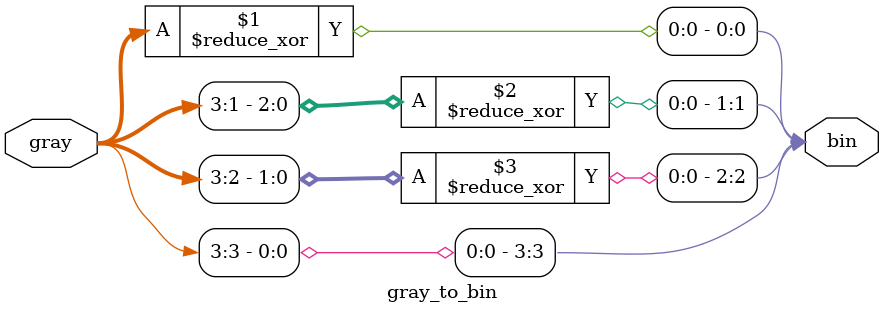
<source format=v>
`ifndef GRAY_TO_BIN_V
`define GRAY_TO_BIN_V

`include "directives.v"

module gray_to_bin #(
    parameter WIDTH = 4
) (
    input  wire [WIDTH-1:0] gray,
    output wire [WIDTH-1:0] bin
);

  genvar i;
  generate
    for (i = 0; i < WIDTH; i = i + 1) begin : gen_binary
      assign bin[i] = ^gray[WIDTH-1:i];
    end
  endgenerate

endmodule

`endif

</source>
